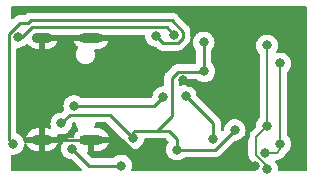
<source format=gbr>
%TF.GenerationSoftware,KiCad,Pcbnew,(6.0.9)*%
%TF.CreationDate,2022-11-10T16:14:42+08:00*%
%TF.ProjectId,usb2can_pcb,75736232-6361-46e5-9f70-63622e6b6963,rev?*%
%TF.SameCoordinates,Original*%
%TF.FileFunction,Copper,L2,Bot*%
%TF.FilePolarity,Positive*%
%FSLAX46Y46*%
G04 Gerber Fmt 4.6, Leading zero omitted, Abs format (unit mm)*
G04 Created by KiCad (PCBNEW (6.0.9)) date 2022-11-10 16:14:42*
%MOMM*%
%LPD*%
G01*
G04 APERTURE LIST*
%TA.AperFunction,ComponentPad*%
%ADD10O,2.000000X0.900000*%
%TD*%
%TA.AperFunction,ComponentPad*%
%ADD11O,1.700000X0.900000*%
%TD*%
%TA.AperFunction,ViaPad*%
%ADD12C,0.800000*%
%TD*%
%TA.AperFunction,Conductor*%
%ADD13C,0.250000*%
%TD*%
%TA.AperFunction,Conductor*%
%ADD14C,0.200000*%
%TD*%
G04 APERTURE END LIST*
D10*
%TO.P,J1,S1,SHIELD*%
%TO.N,GND*%
X46430800Y-56386000D03*
D11*
X42260800Y-65026000D03*
D10*
X46430800Y-65026000D03*
D11*
X42260800Y-56386000D03*
%TD*%
D12*
%TO.N,+3.3V*%
X58586113Y-64203626D03*
X43891200Y-63652400D03*
X56013357Y-59232586D03*
X53696160Y-65875477D03*
X49987200Y-64922400D03*
X55958468Y-56787592D03*
%TO.N,GND*%
X58775600Y-65786000D03*
X54203600Y-60008100D03*
X60299600Y-67247500D03*
X51054000Y-67056000D03*
X58826400Y-62585600D03*
%TO.N,Net-(C2-Pad2)*%
X48990704Y-67227904D03*
X44805600Y-65786000D03*
%TO.N,/LEDRX*%
X53441600Y-56134000D03*
X40230356Y-56336124D03*
%TO.N,/LEDTX*%
X39827200Y-65379600D03*
X51917600Y-56248900D03*
%TO.N,/CAN+*%
X61315600Y-67513200D03*
X61315600Y-57048400D03*
X61315600Y-63855600D03*
%TO.N,/CAN-*%
X62433200Y-65379600D03*
X61174592Y-66143299D03*
X62433200Y-58572400D03*
%TO.N,/BOOT0*%
X44981300Y-62164927D03*
X52527200Y-61417200D03*
%TO.N,/CAN_TX*%
X54427901Y-61294499D03*
X56763469Y-65001667D03*
%TD*%
D13*
%TO.N,+3.3V*%
X55962343Y-59283600D02*
X53746400Y-59283600D01*
X52984400Y-64262000D02*
X50139600Y-64262000D01*
X49987200Y-64414400D02*
X49987200Y-64922400D01*
X43891200Y-63652400D02*
X44622601Y-62920999D01*
X50139600Y-64262000D02*
X49987200Y-64414400D01*
X56013357Y-59232586D02*
X55962343Y-59283600D01*
X44622601Y-62920999D02*
X47985799Y-62920999D01*
X47985799Y-62920999D02*
X49987200Y-64922400D01*
X53238400Y-59791600D02*
X53238400Y-61103095D01*
X56013357Y-59232586D02*
X55958468Y-59177697D01*
X56914262Y-65875477D02*
X53696160Y-65875477D01*
X55958468Y-59177697D02*
X55958468Y-56787592D01*
X53696160Y-64973760D02*
X52984400Y-64262000D01*
X53696160Y-65875477D02*
X53696160Y-64973760D01*
X53252200Y-61116895D02*
X53252200Y-63029000D01*
X58586113Y-64203626D02*
X56914262Y-65875477D01*
X53746400Y-59283600D02*
X53238400Y-59791600D01*
X53238400Y-61103095D02*
X53252200Y-61116895D01*
X52019200Y-64262000D02*
X50139600Y-64262000D01*
X53252200Y-63029000D02*
X52019200Y-64262000D01*
%TO.N,GND*%
X59740800Y-63144400D02*
X59182000Y-62585600D01*
X51054000Y-67056000D02*
X49024000Y-65026000D01*
X54593984Y-60398484D02*
X55397031Y-60398484D01*
X58775600Y-65786000D02*
X59740800Y-64820800D01*
X59740800Y-64820800D02*
X59740800Y-63144400D01*
X51054000Y-67056000D02*
X60108100Y-67056000D01*
X60108100Y-67056000D02*
X60299600Y-67247500D01*
X55821726Y-60823179D02*
X56403579Y-60823179D01*
X60237100Y-67247500D02*
X58775600Y-65786000D01*
X60299600Y-67247500D02*
X60237100Y-67247500D01*
X46430800Y-56386000D02*
X42260800Y-56386000D01*
X54203600Y-60008100D02*
X54593984Y-60398484D01*
X49024000Y-65026000D02*
X46430800Y-65026000D01*
X56403579Y-60823179D02*
X58166000Y-62585600D01*
X59182000Y-62585600D02*
X58826400Y-62585600D01*
X58166000Y-62585600D02*
X58826400Y-62585600D01*
X42260800Y-56386000D02*
X42260800Y-65026000D01*
X55397031Y-60398484D02*
X55821726Y-60823179D01*
X46430800Y-65026000D02*
X42260800Y-65026000D01*
%TO.N,Net-(C2-Pad2)*%
X48990704Y-67227904D02*
X46247504Y-67227904D01*
X46247504Y-67227904D02*
X44805600Y-65786000D01*
%TO.N,/LEDRX*%
X41402000Y-55524400D02*
X52832000Y-55524400D01*
X52832000Y-55524400D02*
X53441600Y-56134000D01*
X40590276Y-56336124D02*
X41402000Y-55524400D01*
X40230356Y-56336124D02*
X40590276Y-56336124D01*
%TO.N,/LEDTX*%
X54203600Y-55870695D02*
X53247705Y-54914800D01*
X39471600Y-57099200D02*
X39471600Y-65024000D01*
X40423175Y-55118000D02*
X39471600Y-56069575D01*
X41300400Y-54914800D02*
X41097200Y-55118000D01*
X39471600Y-56069575D02*
X39471600Y-57099200D01*
X52476400Y-54914800D02*
X41300400Y-54914800D01*
X53741905Y-56859000D02*
X54203600Y-56397305D01*
X52527700Y-56859000D02*
X53741905Y-56859000D01*
X41097200Y-55118000D02*
X40423175Y-55118000D01*
X39471600Y-65024000D02*
X39827200Y-65379600D01*
X53247705Y-54914800D02*
X52476400Y-54914800D01*
X54203600Y-56397305D02*
X54203600Y-55870695D01*
X51917600Y-56248900D02*
X52527700Y-56859000D01*
D14*
%TO.N,/CAN+*%
X60350400Y-66308350D02*
X61315600Y-67273550D01*
X61315600Y-67273550D02*
X61315600Y-67513200D01*
X61315600Y-63855600D02*
X60350400Y-64820800D01*
X61315600Y-63855600D02*
X61315600Y-57048400D01*
X60350400Y-64820800D02*
X60350400Y-66308350D01*
%TO.N,/CAN-*%
X62433200Y-65836800D02*
X62433200Y-65379600D01*
X61174592Y-66143299D02*
X62126701Y-66143299D01*
X62433200Y-65379600D02*
X62433200Y-58572400D01*
X62126701Y-66143299D02*
X62433200Y-65836800D01*
D13*
%TO.N,/BOOT0*%
X44981300Y-62164927D02*
X51779473Y-62164927D01*
X51779473Y-62164927D02*
X52527200Y-61417200D01*
%TO.N,/CAN_TX*%
X54427901Y-61294499D02*
X56763469Y-63630067D01*
X56763469Y-63630067D02*
X56763469Y-65001667D01*
%TD*%
%TA.AperFunction,Conductor*%
%TO.N,GND*%
G36*
X64491122Y-53692494D02*
G01*
X64505954Y-53694804D01*
X64505957Y-53694804D01*
X64514826Y-53696185D01*
X64523731Y-53695021D01*
X64532700Y-53695130D01*
X64532690Y-53695944D01*
X64554197Y-53696236D01*
X64560382Y-53697215D01*
X64564025Y-53697792D01*
X64601524Y-53709976D01*
X64613965Y-53716316D01*
X64622473Y-53720651D01*
X64654361Y-53743821D01*
X64670979Y-53760439D01*
X64694150Y-53792329D01*
X64704824Y-53813277D01*
X64717005Y-53850762D01*
X64718424Y-53859717D01*
X64719857Y-53879448D01*
X64718615Y-53887422D01*
X64721076Y-53906242D01*
X64722742Y-53918981D01*
X64723806Y-53935319D01*
X64723806Y-67468936D01*
X64722306Y-67488322D01*
X64718615Y-67512026D01*
X64719779Y-67520931D01*
X64719670Y-67529900D01*
X64718856Y-67529890D01*
X64718564Y-67551397D01*
X64717008Y-67561224D01*
X64704823Y-67598726D01*
X64694149Y-67619673D01*
X64670979Y-67651561D01*
X64654361Y-67668179D01*
X64622471Y-67691350D01*
X64601523Y-67702024D01*
X64564038Y-67714205D01*
X64555083Y-67715624D01*
X64535352Y-67717057D01*
X64527378Y-67715815D01*
X64517032Y-67717168D01*
X64495819Y-67719942D01*
X64479481Y-67721006D01*
X62347200Y-67721006D01*
X62279079Y-67701004D01*
X62232586Y-67647348D01*
X62221890Y-67581835D01*
X62222391Y-67577074D01*
X62229104Y-67513200D01*
X62209142Y-67323272D01*
X62150127Y-67141644D01*
X62054640Y-66976256D01*
X62045659Y-66966281D01*
X62014941Y-66902277D01*
X62023703Y-66831823D01*
X62069165Y-66777291D01*
X62127049Y-66759694D01*
X62126701Y-66757049D01*
X62166575Y-66751800D01*
X62166585Y-66751799D01*
X62166586Y-66751799D01*
X62223767Y-66744271D01*
X62266158Y-66738690D01*
X62277365Y-66737215D01*
X62277367Y-66737214D01*
X62285552Y-66736137D01*
X62433577Y-66674823D01*
X62463179Y-66652109D01*
X62528773Y-66601776D01*
X62528776Y-66601773D01*
X62554135Y-66582314D01*
X62560688Y-66577286D01*
X62575208Y-66558364D01*
X62580153Y-66551920D01*
X62591020Y-66539529D01*
X62829434Y-66301115D01*
X62841825Y-66290248D01*
X62860637Y-66275813D01*
X62867187Y-66270787D01*
X62891674Y-66238875D01*
X62891680Y-66238869D01*
X62959696Y-66150229D01*
X62959697Y-66150227D01*
X62964724Y-66143676D01*
X62967885Y-66136046D01*
X62972014Y-66128893D01*
X62973419Y-66129704D01*
X63009639Y-66083760D01*
X63039108Y-66062349D01*
X63044453Y-66058466D01*
X63048875Y-66053555D01*
X63167821Y-65921452D01*
X63167822Y-65921451D01*
X63172240Y-65916544D01*
X63243819Y-65792566D01*
X63264423Y-65756879D01*
X63264424Y-65756878D01*
X63267727Y-65751156D01*
X63326742Y-65569528D01*
X63333638Y-65503921D01*
X63346014Y-65386165D01*
X63346704Y-65379600D01*
X63334333Y-65261895D01*
X63327432Y-65196235D01*
X63327432Y-65196233D01*
X63326742Y-65189672D01*
X63267727Y-65008044D01*
X63261599Y-64997429D01*
X63222651Y-64929971D01*
X63172240Y-64842656D01*
X63147305Y-64814963D01*
X63074064Y-64733620D01*
X63043346Y-64669613D01*
X63041700Y-64649310D01*
X63041700Y-59302690D01*
X63061702Y-59234569D01*
X63074064Y-59218380D01*
X63167821Y-59114252D01*
X63167822Y-59114251D01*
X63172240Y-59109344D01*
X63267727Y-58943956D01*
X63326742Y-58762328D01*
X63327668Y-58753524D01*
X63346014Y-58578965D01*
X63346704Y-58572400D01*
X63343930Y-58546009D01*
X63327432Y-58389035D01*
X63327432Y-58389033D01*
X63326742Y-58382472D01*
X63267727Y-58200844D01*
X63251459Y-58172666D01*
X63175541Y-58041174D01*
X63172240Y-58035456D01*
X63131953Y-57990712D01*
X63048875Y-57898445D01*
X63048874Y-57898444D01*
X63044453Y-57893534D01*
X62889952Y-57781282D01*
X62883924Y-57778598D01*
X62883922Y-57778597D01*
X62721519Y-57706291D01*
X62721518Y-57706291D01*
X62715488Y-57703606D01*
X62622088Y-57683753D01*
X62535144Y-57665272D01*
X62535139Y-57665272D01*
X62528687Y-57663900D01*
X62337713Y-57663900D01*
X62331260Y-57665272D01*
X62331247Y-57665273D01*
X62240160Y-57684635D01*
X62169370Y-57679234D01*
X62112737Y-57636417D01*
X62088243Y-57569780D01*
X62104844Y-57498389D01*
X62146823Y-57425679D01*
X62146824Y-57425678D01*
X62150127Y-57419956D01*
X62209142Y-57238328D01*
X62212654Y-57204918D01*
X62228414Y-57054965D01*
X62229104Y-57048400D01*
X62219590Y-56957876D01*
X62209832Y-56865035D01*
X62209832Y-56865033D01*
X62209142Y-56858472D01*
X62150127Y-56676844D01*
X62120876Y-56626179D01*
X62091186Y-56574755D01*
X62054640Y-56511456D01*
X62030834Y-56485016D01*
X61931275Y-56374445D01*
X61931274Y-56374444D01*
X61926853Y-56369534D01*
X61772352Y-56257282D01*
X61766324Y-56254598D01*
X61766322Y-56254597D01*
X61603919Y-56182291D01*
X61603918Y-56182291D01*
X61597888Y-56179606D01*
X61495770Y-56157900D01*
X61417544Y-56141272D01*
X61417539Y-56141272D01*
X61411087Y-56139900D01*
X61220113Y-56139900D01*
X61213661Y-56141272D01*
X61213656Y-56141272D01*
X61135430Y-56157900D01*
X61033312Y-56179606D01*
X61027282Y-56182291D01*
X61027281Y-56182291D01*
X60864878Y-56254597D01*
X60864876Y-56254598D01*
X60858848Y-56257282D01*
X60704347Y-56369534D01*
X60699926Y-56374444D01*
X60699925Y-56374445D01*
X60600367Y-56485016D01*
X60576560Y-56511456D01*
X60540014Y-56574755D01*
X60510325Y-56626179D01*
X60481073Y-56676844D01*
X60422058Y-56858472D01*
X60421368Y-56865033D01*
X60421368Y-56865035D01*
X60411610Y-56957876D01*
X60402096Y-57048400D01*
X60402786Y-57054965D01*
X60418547Y-57204918D01*
X60422058Y-57238328D01*
X60481073Y-57419956D01*
X60484376Y-57425678D01*
X60484377Y-57425679D01*
X60496819Y-57447229D01*
X60576560Y-57585344D01*
X60580978Y-57590251D01*
X60580979Y-57590252D01*
X60674736Y-57694380D01*
X60705454Y-57758387D01*
X60707100Y-57778690D01*
X60707100Y-63125310D01*
X60687098Y-63193431D01*
X60674736Y-63209620D01*
X60605351Y-63286680D01*
X60576560Y-63318656D01*
X60543179Y-63376474D01*
X60490053Y-63468491D01*
X60481073Y-63484044D01*
X60422058Y-63665672D01*
X60421368Y-63672233D01*
X60421368Y-63672235D01*
X60403491Y-63842328D01*
X60402096Y-63855600D01*
X60402284Y-63857385D01*
X60382784Y-63923795D01*
X60365882Y-63944769D01*
X59954170Y-64356482D01*
X59941777Y-64367350D01*
X59922968Y-64381782D01*
X59922962Y-64381788D01*
X59916413Y-64386813D01*
X59891926Y-64418725D01*
X59891923Y-64418728D01*
X59885556Y-64427026D01*
X59856630Y-64464723D01*
X59818876Y-64513924D01*
X59757562Y-64661949D01*
X59756484Y-64670136D01*
X59756484Y-64670137D01*
X59755009Y-64681342D01*
X59743663Y-64767525D01*
X59741900Y-64780915D01*
X59741900Y-64780920D01*
X59736650Y-64820800D01*
X59737728Y-64828988D01*
X59740822Y-64852490D01*
X59741900Y-64868936D01*
X59741900Y-66260214D01*
X59740822Y-66276657D01*
X59736650Y-66308350D01*
X59741900Y-66348230D01*
X59741900Y-66348235D01*
X59752617Y-66429638D01*
X59757562Y-66467201D01*
X59818876Y-66615226D01*
X59823903Y-66621777D01*
X59823904Y-66621779D01*
X59891920Y-66710419D01*
X59891926Y-66710425D01*
X59916413Y-66742337D01*
X59922968Y-66747367D01*
X59941779Y-66761802D01*
X59954170Y-66772669D01*
X60388764Y-67207263D01*
X60422790Y-67269575D01*
X60422911Y-67320645D01*
X60422058Y-67323272D01*
X60402096Y-67513200D01*
X60408810Y-67577074D01*
X60409310Y-67581835D01*
X60396538Y-67651674D01*
X60348036Y-67703520D01*
X60284000Y-67721006D01*
X49959162Y-67721006D01*
X49891041Y-67701004D01*
X49844548Y-67647348D01*
X49834444Y-67577074D01*
X49839327Y-67556077D01*
X49884246Y-67417832D01*
X49904208Y-67227904D01*
X49884246Y-67037976D01*
X49825231Y-66856348D01*
X49811072Y-66831823D01*
X49769428Y-66759694D01*
X49729744Y-66690960D01*
X49718060Y-66677983D01*
X49606379Y-66553949D01*
X49606378Y-66553948D01*
X49601957Y-66549038D01*
X49500723Y-66475487D01*
X49452798Y-66440667D01*
X49452797Y-66440666D01*
X49447456Y-66436786D01*
X49441428Y-66434102D01*
X49441426Y-66434101D01*
X49279023Y-66361795D01*
X49279022Y-66361795D01*
X49272992Y-66359110D01*
X49179592Y-66339257D01*
X49092648Y-66320776D01*
X49092643Y-66320776D01*
X49086191Y-66319404D01*
X48895217Y-66319404D01*
X48888765Y-66320776D01*
X48888760Y-66320776D01*
X48801816Y-66339257D01*
X48708416Y-66359110D01*
X48702386Y-66361795D01*
X48702385Y-66361795D01*
X48539982Y-66434101D01*
X48539980Y-66434102D01*
X48533952Y-66436786D01*
X48528611Y-66440666D01*
X48528610Y-66440667D01*
X48401033Y-66533358D01*
X48379451Y-66549038D01*
X48375036Y-66553941D01*
X48370124Y-66558364D01*
X48368999Y-66557115D01*
X48315690Y-66589955D01*
X48282504Y-66594404D01*
X46562099Y-66594404D01*
X46493978Y-66574402D01*
X46473004Y-66557499D01*
X46108495Y-66192990D01*
X46074469Y-66130678D01*
X46079534Y-66059863D01*
X46122081Y-66003027D01*
X46162093Y-65982998D01*
X46173925Y-65979524D01*
X46175129Y-65978135D01*
X46176800Y-65970452D01*
X46176800Y-65965885D01*
X46684800Y-65965885D01*
X46689275Y-65981124D01*
X46690665Y-65982329D01*
X46698348Y-65984000D01*
X47026247Y-65984000D01*
X47032622Y-65983677D01*
X47168077Y-65969918D01*
X47180517Y-65967364D01*
X47354044Y-65912984D01*
X47365732Y-65907975D01*
X47524779Y-65819813D01*
X47535212Y-65812562D01*
X47673291Y-65694215D01*
X47682044Y-65685024D01*
X47793511Y-65541320D01*
X47800235Y-65530560D01*
X47880532Y-65367375D01*
X47884955Y-65355481D01*
X47900051Y-65297530D01*
X47899617Y-65283436D01*
X47891436Y-65280000D01*
X46702915Y-65280000D01*
X46687676Y-65284475D01*
X46686471Y-65285865D01*
X46684800Y-65293548D01*
X46684800Y-65965885D01*
X46176800Y-65965885D01*
X46176800Y-64898000D01*
X46196802Y-64829879D01*
X46250458Y-64783386D01*
X46302800Y-64772000D01*
X47890029Y-64772000D01*
X47903560Y-64768027D01*
X47904437Y-64761925D01*
X47848490Y-64609864D01*
X47842923Y-64598451D01*
X47747092Y-64443892D01*
X47739340Y-64433826D01*
X47614392Y-64301697D01*
X47604774Y-64293395D01*
X47455813Y-64189092D01*
X47444719Y-64182892D01*
X47277820Y-64110668D01*
X47265717Y-64106829D01*
X47086200Y-64069325D01*
X47076648Y-64068085D01*
X47073416Y-64068000D01*
X46819621Y-64068000D01*
X46751500Y-64047998D01*
X46705007Y-63994342D01*
X46694903Y-63924068D01*
X46700922Y-63899734D01*
X46740556Y-63788428D01*
X46740557Y-63788422D01*
X46742919Y-63781790D01*
X46744028Y-63772495D01*
X46753842Y-63690186D01*
X46756776Y-63665579D01*
X46784703Y-63600307D01*
X46843486Y-63560494D01*
X46881890Y-63554499D01*
X47671205Y-63554499D01*
X47739326Y-63574501D01*
X47760300Y-63591404D01*
X49040078Y-64871182D01*
X49074104Y-64933494D01*
X49076292Y-64947103D01*
X49080892Y-64990863D01*
X49089464Y-65072420D01*
X49093658Y-65112328D01*
X49152673Y-65293956D01*
X49248160Y-65459344D01*
X49252578Y-65464251D01*
X49252579Y-65464252D01*
X49371270Y-65596072D01*
X49375947Y-65601266D01*
X49399219Y-65618174D01*
X49491230Y-65685024D01*
X49530448Y-65713518D01*
X49536476Y-65716202D01*
X49536478Y-65716203D01*
X49693246Y-65786000D01*
X49704912Y-65791194D01*
X49798313Y-65811047D01*
X49885256Y-65829528D01*
X49885261Y-65829528D01*
X49891713Y-65830900D01*
X50082687Y-65830900D01*
X50089139Y-65829528D01*
X50089144Y-65829528D01*
X50176087Y-65811047D01*
X50269488Y-65791194D01*
X50281154Y-65786000D01*
X50437922Y-65716203D01*
X50437924Y-65716202D01*
X50443952Y-65713518D01*
X50483171Y-65685024D01*
X50575181Y-65618174D01*
X50598453Y-65601266D01*
X50603130Y-65596072D01*
X50721821Y-65464252D01*
X50721822Y-65464251D01*
X50726240Y-65459344D01*
X50821727Y-65293956D01*
X50880742Y-65112328D01*
X50882998Y-65090867D01*
X50891673Y-65008329D01*
X50918687Y-64942672D01*
X50976908Y-64902043D01*
X51016983Y-64895500D01*
X51940433Y-64895500D01*
X51951616Y-64896027D01*
X51959109Y-64897702D01*
X51967035Y-64897453D01*
X51967036Y-64897453D01*
X52027186Y-64895562D01*
X52031145Y-64895500D01*
X52669806Y-64895500D01*
X52737927Y-64915502D01*
X52758901Y-64932405D01*
X52971078Y-65144582D01*
X53005104Y-65206894D01*
X53000039Y-65277709D01*
X52975620Y-65317987D01*
X52957120Y-65338533D01*
X52953818Y-65344252D01*
X52953816Y-65344255D01*
X52884536Y-65464252D01*
X52861633Y-65503921D01*
X52802618Y-65685549D01*
X52801928Y-65692110D01*
X52801928Y-65692112D01*
X52788506Y-65819813D01*
X52782656Y-65875477D01*
X52783346Y-65882042D01*
X52801889Y-66058466D01*
X52802618Y-66065405D01*
X52861633Y-66247033D01*
X52957120Y-66412421D01*
X52961538Y-66417328D01*
X52961539Y-66417329D01*
X53043612Y-66508480D01*
X53084907Y-66554343D01*
X53239408Y-66666595D01*
X53245436Y-66669279D01*
X53245438Y-66669280D01*
X53407841Y-66741586D01*
X53413872Y-66744271D01*
X53507273Y-66764124D01*
X53594216Y-66782605D01*
X53594221Y-66782605D01*
X53600673Y-66783977D01*
X53791647Y-66783977D01*
X53798099Y-66782605D01*
X53798104Y-66782605D01*
X53885047Y-66764124D01*
X53978448Y-66744271D01*
X53984479Y-66741586D01*
X54146882Y-66669280D01*
X54146884Y-66669279D01*
X54152912Y-66666595D01*
X54242132Y-66601773D01*
X54301879Y-66558364D01*
X54307413Y-66554343D01*
X54311828Y-66549440D01*
X54316740Y-66545017D01*
X54317865Y-66546266D01*
X54371174Y-66513426D01*
X54404360Y-66508977D01*
X56835495Y-66508977D01*
X56846678Y-66509504D01*
X56854171Y-66511179D01*
X56862097Y-66510930D01*
X56862098Y-66510930D01*
X56922248Y-66509039D01*
X56926207Y-66508977D01*
X56954118Y-66508977D01*
X56958053Y-66508480D01*
X56958118Y-66508472D01*
X56969955Y-66507539D01*
X57002213Y-66506525D01*
X57006232Y-66506399D01*
X57014151Y-66506150D01*
X57033605Y-66500498D01*
X57052962Y-66496490D01*
X57065192Y-66494945D01*
X57065193Y-66494945D01*
X57073059Y-66493951D01*
X57080430Y-66491032D01*
X57080432Y-66491032D01*
X57114174Y-66477673D01*
X57125404Y-66473828D01*
X57160245Y-66463706D01*
X57160246Y-66463706D01*
X57167855Y-66461495D01*
X57174674Y-66457462D01*
X57174679Y-66457460D01*
X57185290Y-66451184D01*
X57203038Y-66442489D01*
X57221879Y-66435029D01*
X57250751Y-66414053D01*
X57257649Y-66409041D01*
X57267569Y-66402525D01*
X57298797Y-66384057D01*
X57298800Y-66384055D01*
X57305624Y-66380019D01*
X57319945Y-66365698D01*
X57334979Y-66352857D01*
X57351369Y-66340949D01*
X57379560Y-66306872D01*
X57387550Y-66298093D01*
X58536612Y-65149031D01*
X58598924Y-65115005D01*
X58625707Y-65112126D01*
X58681600Y-65112126D01*
X58688052Y-65110754D01*
X58688057Y-65110754D01*
X58781615Y-65090867D01*
X58868401Y-65072420D01*
X58874432Y-65069735D01*
X59036835Y-64997429D01*
X59036837Y-64997428D01*
X59042865Y-64994744D01*
X59197366Y-64882492D01*
X59231898Y-64844140D01*
X59320734Y-64745478D01*
X59320735Y-64745477D01*
X59325153Y-64740570D01*
X59410721Y-64592363D01*
X59417336Y-64580905D01*
X59417337Y-64580904D01*
X59420640Y-64575182D01*
X59479655Y-64393554D01*
X59480364Y-64386813D01*
X59498927Y-64210191D01*
X59499617Y-64203626D01*
X59488249Y-64095465D01*
X59480345Y-64020261D01*
X59480345Y-64020259D01*
X59479655Y-64013698D01*
X59420640Y-63832070D01*
X59393964Y-63785865D01*
X59350301Y-63710240D01*
X59325153Y-63666682D01*
X59318957Y-63659800D01*
X59201788Y-63529671D01*
X59201787Y-63529670D01*
X59197366Y-63524760D01*
X59075960Y-63436553D01*
X59048207Y-63416389D01*
X59048206Y-63416388D01*
X59042865Y-63412508D01*
X59036837Y-63409824D01*
X59036835Y-63409823D01*
X58874432Y-63337517D01*
X58874431Y-63337517D01*
X58868401Y-63334832D01*
X58769209Y-63313748D01*
X58688057Y-63296498D01*
X58688052Y-63296498D01*
X58681600Y-63295126D01*
X58490626Y-63295126D01*
X58484174Y-63296498D01*
X58484169Y-63296498D01*
X58403017Y-63313748D01*
X58303825Y-63334832D01*
X58297795Y-63337517D01*
X58297794Y-63337517D01*
X58135391Y-63409823D01*
X58135389Y-63409824D01*
X58129361Y-63412508D01*
X58124020Y-63416388D01*
X58124019Y-63416389D01*
X58096266Y-63436553D01*
X57974860Y-63524760D01*
X57970439Y-63529670D01*
X57970438Y-63529671D01*
X57853270Y-63659800D01*
X57847073Y-63666682D01*
X57821925Y-63710240D01*
X57778263Y-63785865D01*
X57751586Y-63832070D01*
X57692571Y-64013698D01*
X57691881Y-64020259D01*
X57691881Y-64020261D01*
X57675206Y-64178918D01*
X57648193Y-64244575D01*
X57638991Y-64254843D01*
X57612064Y-64281770D01*
X57549752Y-64315796D01*
X57478937Y-64310731D01*
X57422101Y-64268184D01*
X57397290Y-64201664D01*
X57396969Y-64192675D01*
X57396969Y-63708834D01*
X57397496Y-63697651D01*
X57399171Y-63690158D01*
X57398726Y-63675982D01*
X57397031Y-63622068D01*
X57396969Y-63618110D01*
X57396969Y-63590211D01*
X57396465Y-63586220D01*
X57395532Y-63574378D01*
X57394908Y-63554499D01*
X57394143Y-63530178D01*
X57391931Y-63522564D01*
X57391930Y-63522559D01*
X57388492Y-63510726D01*
X57384481Y-63491362D01*
X57382936Y-63479131D01*
X57381943Y-63471270D01*
X57379026Y-63463903D01*
X57379025Y-63463898D01*
X57365667Y-63430159D01*
X57361823Y-63418932D01*
X57355559Y-63397372D01*
X57349487Y-63376474D01*
X57339176Y-63359039D01*
X57330481Y-63341291D01*
X57323021Y-63322450D01*
X57297033Y-63286680D01*
X57290517Y-63276760D01*
X57272049Y-63245532D01*
X57272047Y-63245529D01*
X57268011Y-63238705D01*
X57253690Y-63224384D01*
X57240849Y-63209350D01*
X57233600Y-63199373D01*
X57228941Y-63192960D01*
X57194864Y-63164769D01*
X57186085Y-63156779D01*
X55375023Y-61345716D01*
X55340997Y-61283404D01*
X55338808Y-61269791D01*
X55337404Y-61256427D01*
X55321443Y-61104571D01*
X55262428Y-60922943D01*
X55166941Y-60757555D01*
X55149635Y-60738334D01*
X55043576Y-60620544D01*
X55043575Y-60620543D01*
X55039154Y-60615633D01*
X54940058Y-60543635D01*
X54889995Y-60507262D01*
X54889994Y-60507261D01*
X54884653Y-60503381D01*
X54878625Y-60500697D01*
X54878623Y-60500696D01*
X54716220Y-60428390D01*
X54716219Y-60428390D01*
X54710189Y-60425705D01*
X54616789Y-60405852D01*
X54529845Y-60387371D01*
X54529840Y-60387371D01*
X54523388Y-60385999D01*
X54332414Y-60385999D01*
X54325962Y-60387371D01*
X54325957Y-60387371D01*
X54239013Y-60405852D01*
X54145613Y-60425705D01*
X54139586Y-60428388D01*
X54139578Y-60428391D01*
X54049148Y-60468653D01*
X53978781Y-60478087D01*
X53914484Y-60447980D01*
X53876671Y-60387891D01*
X53871900Y-60353546D01*
X53871900Y-60106194D01*
X53891902Y-60038073D01*
X53908805Y-60017099D01*
X53971899Y-59954005D01*
X54034211Y-59919979D01*
X54060994Y-59917100D01*
X55368938Y-59917100D01*
X55437059Y-59937102D01*
X55442999Y-59941164D01*
X55556605Y-60023704D01*
X55562633Y-60026388D01*
X55562635Y-60026389D01*
X55588878Y-60038073D01*
X55731069Y-60101380D01*
X55824470Y-60121233D01*
X55911413Y-60139714D01*
X55911418Y-60139714D01*
X55917870Y-60141086D01*
X56108844Y-60141086D01*
X56115296Y-60139714D01*
X56115301Y-60139714D01*
X56202244Y-60121233D01*
X56295645Y-60101380D01*
X56437836Y-60038073D01*
X56464079Y-60026389D01*
X56464081Y-60026388D01*
X56470109Y-60023704D01*
X56624610Y-59911452D01*
X56752397Y-59769530D01*
X56847884Y-59604142D01*
X56906899Y-59422514D01*
X56911898Y-59374956D01*
X56926171Y-59239151D01*
X56926861Y-59232586D01*
X56906899Y-59042658D01*
X56847884Y-58861030D01*
X56823115Y-58818128D01*
X56790898Y-58762328D01*
X56752397Y-58695642D01*
X56741545Y-58683589D01*
X56624610Y-58553720D01*
X56626843Y-58551709D01*
X56596439Y-58502426D01*
X56591968Y-58469160D01*
X56591968Y-57490116D01*
X56611970Y-57421995D01*
X56624326Y-57405813D01*
X56697508Y-57324536D01*
X56756183Y-57222908D01*
X56789691Y-57164871D01*
X56789692Y-57164870D01*
X56792995Y-57159148D01*
X56852010Y-56977520D01*
X56857756Y-56922855D01*
X56871282Y-56794157D01*
X56871972Y-56787592D01*
X56865643Y-56727375D01*
X56852700Y-56604227D01*
X56852700Y-56604225D01*
X56852010Y-56597664D01*
X56792995Y-56416036D01*
X56697508Y-56250648D01*
X56624250Y-56169286D01*
X56574143Y-56113637D01*
X56574142Y-56113636D01*
X56569721Y-56108726D01*
X56415220Y-55996474D01*
X56409192Y-55993790D01*
X56409190Y-55993789D01*
X56246787Y-55921483D01*
X56246786Y-55921483D01*
X56240756Y-55918798D01*
X56147355Y-55898945D01*
X56060412Y-55880464D01*
X56060407Y-55880464D01*
X56053955Y-55879092D01*
X55862981Y-55879092D01*
X55856529Y-55880464D01*
X55856524Y-55880464D01*
X55769581Y-55898945D01*
X55676180Y-55918798D01*
X55670150Y-55921483D01*
X55670149Y-55921483D01*
X55507746Y-55993789D01*
X55507744Y-55993790D01*
X55501716Y-55996474D01*
X55347215Y-56108726D01*
X55342794Y-56113636D01*
X55342793Y-56113637D01*
X55292687Y-56169286D01*
X55219428Y-56250648D01*
X55123941Y-56416036D01*
X55116536Y-56438828D01*
X55070628Y-56580116D01*
X55059177Y-56596862D01*
X55062944Y-56609557D01*
X55062256Y-56623072D01*
X55044964Y-56787592D01*
X55045654Y-56794157D01*
X55059181Y-56922855D01*
X55064926Y-56977520D01*
X55123941Y-57159148D01*
X55127244Y-57164870D01*
X55127245Y-57164871D01*
X55160753Y-57222908D01*
X55219428Y-57324536D01*
X55292605Y-57405807D01*
X55323321Y-57469813D01*
X55324968Y-57490116D01*
X55324968Y-58524100D01*
X55304966Y-58592221D01*
X55251310Y-58638714D01*
X55198968Y-58650100D01*
X53825163Y-58650100D01*
X53813979Y-58649573D01*
X53806491Y-58647899D01*
X53798568Y-58648148D01*
X53738433Y-58650038D01*
X53734475Y-58650100D01*
X53706544Y-58650100D01*
X53702629Y-58650595D01*
X53702625Y-58650595D01*
X53702567Y-58650603D01*
X53702538Y-58650606D01*
X53690696Y-58651539D01*
X53646510Y-58652927D01*
X53629144Y-58657972D01*
X53627058Y-58658578D01*
X53607706Y-58662586D01*
X53595468Y-58664132D01*
X53595466Y-58664133D01*
X53587603Y-58665126D01*
X53546486Y-58681406D01*
X53535285Y-58685241D01*
X53492806Y-58697582D01*
X53485987Y-58701615D01*
X53485982Y-58701617D01*
X53475371Y-58707893D01*
X53457621Y-58716590D01*
X53438783Y-58724048D01*
X53432367Y-58728709D01*
X53432366Y-58728710D01*
X53403025Y-58750028D01*
X53393101Y-58756547D01*
X53361860Y-58775022D01*
X53361855Y-58775026D01*
X53355037Y-58779058D01*
X53340713Y-58793382D01*
X53325681Y-58806221D01*
X53309293Y-58818128D01*
X53281112Y-58852193D01*
X53273122Y-58860973D01*
X52846147Y-59287948D01*
X52837861Y-59295488D01*
X52831382Y-59299600D01*
X52825957Y-59305377D01*
X52784757Y-59349251D01*
X52782002Y-59352093D01*
X52762265Y-59371830D01*
X52759785Y-59375027D01*
X52752082Y-59384047D01*
X52721814Y-59416279D01*
X52717995Y-59423225D01*
X52717993Y-59423228D01*
X52712052Y-59434034D01*
X52701201Y-59450553D01*
X52688786Y-59466559D01*
X52685641Y-59473828D01*
X52685638Y-59473832D01*
X52671226Y-59507137D01*
X52666009Y-59517787D01*
X52644705Y-59556540D01*
X52642734Y-59564215D01*
X52642734Y-59564216D01*
X52639667Y-59576162D01*
X52633263Y-59594866D01*
X52625219Y-59613455D01*
X52623980Y-59621278D01*
X52623977Y-59621288D01*
X52618301Y-59657124D01*
X52615895Y-59668744D01*
X52604900Y-59711570D01*
X52604900Y-59731824D01*
X52603349Y-59751534D01*
X52600180Y-59771543D01*
X52600926Y-59779435D01*
X52604341Y-59815561D01*
X52604900Y-59827419D01*
X52604900Y-60382700D01*
X52584898Y-60450821D01*
X52531242Y-60497314D01*
X52478900Y-60508700D01*
X52431713Y-60508700D01*
X52425261Y-60510072D01*
X52425256Y-60510072D01*
X52338313Y-60528553D01*
X52244912Y-60548406D01*
X52238882Y-60551091D01*
X52238881Y-60551091D01*
X52076478Y-60623397D01*
X52076476Y-60623398D01*
X52070448Y-60626082D01*
X51915947Y-60738334D01*
X51911526Y-60743244D01*
X51911525Y-60743245D01*
X51903060Y-60752647D01*
X51788160Y-60880256D01*
X51692673Y-61045644D01*
X51633658Y-61227272D01*
X51632968Y-61233833D01*
X51632968Y-61233835D01*
X51616293Y-61392492D01*
X51589280Y-61458149D01*
X51580077Y-61468419D01*
X51553971Y-61494524D01*
X51491658Y-61528548D01*
X51464877Y-61531427D01*
X45689500Y-61531427D01*
X45621379Y-61511425D01*
X45602153Y-61495084D01*
X45601880Y-61495387D01*
X45596968Y-61490964D01*
X45592553Y-61486061D01*
X45519695Y-61433126D01*
X45443394Y-61377690D01*
X45443393Y-61377689D01*
X45438052Y-61373809D01*
X45432024Y-61371125D01*
X45432022Y-61371124D01*
X45269619Y-61298818D01*
X45269618Y-61298818D01*
X45263588Y-61296133D01*
X45170187Y-61276280D01*
X45083244Y-61257799D01*
X45083239Y-61257799D01*
X45076787Y-61256427D01*
X44885813Y-61256427D01*
X44879361Y-61257799D01*
X44879356Y-61257799D01*
X44792413Y-61276280D01*
X44699012Y-61296133D01*
X44692982Y-61298818D01*
X44692981Y-61298818D01*
X44530578Y-61371124D01*
X44530576Y-61371125D01*
X44524548Y-61373809D01*
X44370047Y-61486061D01*
X44365626Y-61490971D01*
X44365625Y-61490972D01*
X44331792Y-61528548D01*
X44242260Y-61627983D01*
X44146773Y-61793371D01*
X44087758Y-61974999D01*
X44067796Y-62164927D01*
X44087758Y-62354855D01*
X44089798Y-62361133D01*
X44114192Y-62436210D01*
X44116220Y-62507177D01*
X44083454Y-62564241D01*
X43940700Y-62706995D01*
X43878388Y-62741021D01*
X43851605Y-62743900D01*
X43795713Y-62743900D01*
X43789261Y-62745272D01*
X43789256Y-62745272D01*
X43704547Y-62763278D01*
X43608912Y-62783606D01*
X43602882Y-62786291D01*
X43602881Y-62786291D01*
X43440478Y-62858597D01*
X43440476Y-62858598D01*
X43434448Y-62861282D01*
X43279947Y-62973534D01*
X43275526Y-62978444D01*
X43275525Y-62978445D01*
X43193931Y-63069065D01*
X43152160Y-63115456D01*
X43128302Y-63156779D01*
X43062354Y-63271005D01*
X43056673Y-63280844D01*
X42997658Y-63462472D01*
X42996968Y-63469033D01*
X42996968Y-63469035D01*
X42985896Y-63574378D01*
X42977696Y-63652400D01*
X42978386Y-63658965D01*
X42993947Y-63807016D01*
X42997658Y-63842328D01*
X43003268Y-63859594D01*
X43026472Y-63931009D01*
X43028499Y-64001977D01*
X42991837Y-64062775D01*
X42928125Y-64094100D01*
X42880872Y-64093282D01*
X42766200Y-64069325D01*
X42756648Y-64068085D01*
X42753416Y-64068000D01*
X42532915Y-64068000D01*
X42517676Y-64072475D01*
X42516471Y-64073865D01*
X42514800Y-64081548D01*
X42514800Y-64753885D01*
X42519275Y-64769124D01*
X42520665Y-64770329D01*
X42528348Y-64772000D01*
X43570029Y-64772000D01*
X43583560Y-64768027D01*
X43584437Y-64761926D01*
X43565088Y-64709337D01*
X43560338Y-64638499D01*
X43594639Y-64576339D01*
X43657102Y-64542591D01*
X43709534Y-64542582D01*
X43732661Y-64547498D01*
X43789256Y-64559528D01*
X43789261Y-64559528D01*
X43795713Y-64560900D01*
X43986687Y-64560900D01*
X43993139Y-64559528D01*
X43993144Y-64559528D01*
X44080087Y-64541047D01*
X44173488Y-64521194D01*
X44198916Y-64509873D01*
X44341922Y-64446203D01*
X44341924Y-64446202D01*
X44347952Y-64443518D01*
X44371925Y-64426101D01*
X44452906Y-64367264D01*
X44502453Y-64331266D01*
X44585135Y-64239438D01*
X44625821Y-64194252D01*
X44625822Y-64194251D01*
X44630240Y-64189344D01*
X44696912Y-64073865D01*
X44722423Y-64029679D01*
X44722424Y-64029678D01*
X44725727Y-64023956D01*
X44784742Y-63842328D01*
X44788454Y-63807016D01*
X44797144Y-63724331D01*
X44802107Y-63677106D01*
X44829120Y-63611450D01*
X44838322Y-63601182D01*
X44848100Y-63591404D01*
X44910412Y-63557378D01*
X44937195Y-63554499D01*
X45019988Y-63554499D01*
X45088109Y-63574501D01*
X45134602Y-63628157D01*
X45145298Y-63667329D01*
X45152088Y-63731927D01*
X45156164Y-63770712D01*
X45214618Y-63942421D01*
X45218312Y-63948425D01*
X45305967Y-64090907D01*
X45305970Y-64090911D01*
X45309662Y-64096912D01*
X45310403Y-64097669D01*
X45335708Y-64161459D01*
X45322052Y-64231129D01*
X45292238Y-64268709D01*
X45188304Y-64357790D01*
X45179556Y-64366976D01*
X45068089Y-64510680D01*
X45061365Y-64521440D01*
X44981071Y-64684619D01*
X44976643Y-64696526D01*
X44954050Y-64783261D01*
X44917523Y-64844140D01*
X44853880Y-64875607D01*
X44832119Y-64877500D01*
X44710113Y-64877500D01*
X44703661Y-64878872D01*
X44703656Y-64878872D01*
X44625430Y-64895500D01*
X44523312Y-64917206D01*
X44517282Y-64919891D01*
X44517281Y-64919891D01*
X44354878Y-64992197D01*
X44354876Y-64992198D01*
X44348848Y-64994882D01*
X44343507Y-64998762D01*
X44343506Y-64998763D01*
X44306121Y-65025925D01*
X44194347Y-65107134D01*
X44189926Y-65112044D01*
X44189925Y-65112045D01*
X44078145Y-65236190D01*
X44066560Y-65249056D01*
X44028478Y-65315016D01*
X43994981Y-65373035D01*
X43971073Y-65414444D01*
X43912058Y-65596072D01*
X43911368Y-65602633D01*
X43911368Y-65602635D01*
X43902709Y-65685024D01*
X43892096Y-65786000D01*
X43892786Y-65792565D01*
X43905817Y-65916544D01*
X43912058Y-65975928D01*
X43971073Y-66157556D01*
X44066560Y-66322944D01*
X44070978Y-66327851D01*
X44070979Y-66327852D01*
X44189077Y-66459013D01*
X44194347Y-66464866D01*
X44348848Y-66577118D01*
X44354876Y-66579802D01*
X44354878Y-66579803D01*
X44517281Y-66652109D01*
X44523312Y-66654794D01*
X44593886Y-66669795D01*
X44703656Y-66693128D01*
X44703661Y-66693128D01*
X44710113Y-66694500D01*
X44766006Y-66694500D01*
X44834127Y-66714502D01*
X44855101Y-66731405D01*
X45629607Y-67505911D01*
X45663633Y-67568223D01*
X45658568Y-67639038D01*
X45616021Y-67695874D01*
X45549501Y-67720685D01*
X45540512Y-67721006D01*
X39871464Y-67721006D01*
X39852078Y-67719506D01*
X39837246Y-67717196D01*
X39837243Y-67717196D01*
X39828374Y-67715815D01*
X39819469Y-67716979D01*
X39810500Y-67716870D01*
X39810510Y-67716056D01*
X39789003Y-67715764D01*
X39782818Y-67714785D01*
X39779175Y-67714208D01*
X39741676Y-67702024D01*
X39720727Y-67691349D01*
X39688839Y-67668179D01*
X39672221Y-67651561D01*
X39649050Y-67619671D01*
X39638376Y-67598723D01*
X39626195Y-67561238D01*
X39624776Y-67552283D01*
X39623343Y-67532552D01*
X39624585Y-67524578D01*
X39620473Y-67493135D01*
X39619409Y-67476751D01*
X39619410Y-67475493D01*
X39619675Y-66767588D01*
X39619808Y-66414053D01*
X39639836Y-66345939D01*
X39693509Y-66299467D01*
X39745808Y-66288100D01*
X39922687Y-66288100D01*
X39929139Y-66286728D01*
X39929144Y-66286728D01*
X40034534Y-66264326D01*
X40109488Y-66248394D01*
X40115519Y-66245709D01*
X40277922Y-66173403D01*
X40277924Y-66173402D01*
X40283952Y-66170718D01*
X40310719Y-66151271D01*
X40341519Y-66128893D01*
X40438453Y-66058466D01*
X40442875Y-66053555D01*
X40561821Y-65921452D01*
X40561822Y-65921451D01*
X40566240Y-65916544D01*
X40637819Y-65792566D01*
X40658423Y-65756879D01*
X40658424Y-65756878D01*
X40661727Y-65751156D01*
X40720742Y-65569528D01*
X40727638Y-65503921D01*
X40735077Y-65433136D01*
X40762090Y-65367479D01*
X40820312Y-65326849D01*
X40891257Y-65324146D01*
X40952401Y-65360228D01*
X40978637Y-65402799D01*
X40993110Y-65442136D01*
X40998677Y-65453549D01*
X41094508Y-65608108D01*
X41102260Y-65618174D01*
X41227208Y-65750303D01*
X41236826Y-65758605D01*
X41385787Y-65862908D01*
X41396881Y-65869108D01*
X41563780Y-65941332D01*
X41575883Y-65945171D01*
X41755400Y-65982675D01*
X41764952Y-65983915D01*
X41768184Y-65984000D01*
X41988685Y-65984000D01*
X42003924Y-65979525D01*
X42005129Y-65978135D01*
X42006800Y-65970452D01*
X42006800Y-65965885D01*
X42514800Y-65965885D01*
X42519275Y-65981124D01*
X42520665Y-65982329D01*
X42528348Y-65984000D01*
X42706247Y-65984000D01*
X42712622Y-65983677D01*
X42848077Y-65969918D01*
X42860517Y-65967364D01*
X43034044Y-65912984D01*
X43045732Y-65907975D01*
X43204779Y-65819813D01*
X43215212Y-65812562D01*
X43353291Y-65694215D01*
X43362044Y-65685024D01*
X43473511Y-65541320D01*
X43480235Y-65530560D01*
X43560532Y-65367375D01*
X43564955Y-65355481D01*
X43580051Y-65297530D01*
X43579617Y-65283436D01*
X43571436Y-65280000D01*
X42532915Y-65280000D01*
X42517676Y-65284475D01*
X42516471Y-65285865D01*
X42514800Y-65293548D01*
X42514800Y-65965885D01*
X42006800Y-65965885D01*
X42006800Y-65298115D01*
X42002325Y-65282876D01*
X42000935Y-65281671D01*
X41993252Y-65280000D01*
X40951571Y-65280000D01*
X40926375Y-65287398D01*
X40883404Y-65315015D01*
X40812407Y-65315016D01*
X40752681Y-65276633D01*
X40722595Y-65207292D01*
X40721433Y-65196243D01*
X40721432Y-65196240D01*
X40720742Y-65189672D01*
X40661727Y-65008044D01*
X40655599Y-64997429D01*
X40616651Y-64929971D01*
X40566240Y-64842656D01*
X40539188Y-64812611D01*
X40486837Y-64754470D01*
X40941549Y-64754470D01*
X40941983Y-64768564D01*
X40950164Y-64772000D01*
X41988685Y-64772000D01*
X42003924Y-64767525D01*
X42005129Y-64766135D01*
X42006800Y-64758452D01*
X42006800Y-64086115D01*
X42002325Y-64070876D01*
X42000935Y-64069671D01*
X41993252Y-64068000D01*
X41815353Y-64068000D01*
X41808978Y-64068323D01*
X41673523Y-64082082D01*
X41661083Y-64084636D01*
X41487556Y-64139016D01*
X41475868Y-64144025D01*
X41316821Y-64232187D01*
X41306388Y-64239438D01*
X41168309Y-64357785D01*
X41159556Y-64366976D01*
X41048089Y-64510680D01*
X41041365Y-64521440D01*
X40961068Y-64684625D01*
X40956645Y-64696519D01*
X40941549Y-64754470D01*
X40486837Y-64754470D01*
X40442875Y-64705645D01*
X40442874Y-64705644D01*
X40438453Y-64700734D01*
X40283952Y-64588482D01*
X40277924Y-64585798D01*
X40277922Y-64585797D01*
X40179851Y-64542133D01*
X40125755Y-64496153D01*
X40105100Y-64427026D01*
X40105100Y-57370624D01*
X40125102Y-57302503D01*
X40178758Y-57256010D01*
X40231100Y-57244624D01*
X40325843Y-57244624D01*
X40332295Y-57243252D01*
X40332300Y-57243252D01*
X40428008Y-57222908D01*
X40512644Y-57204918D01*
X40518675Y-57202233D01*
X40681078Y-57129927D01*
X40681080Y-57129926D01*
X40687108Y-57127242D01*
X40698362Y-57119066D01*
X40786588Y-57054965D01*
X40841609Y-57014990D01*
X40896301Y-56954248D01*
X40956746Y-56917010D01*
X41027730Y-56918362D01*
X41086714Y-56957876D01*
X41090507Y-56963134D01*
X41090614Y-56963052D01*
X41102260Y-56978174D01*
X41227208Y-57110303D01*
X41236826Y-57118605D01*
X41385787Y-57222908D01*
X41396881Y-57229108D01*
X41563780Y-57301332D01*
X41575883Y-57305171D01*
X41755400Y-57342675D01*
X41764952Y-57343915D01*
X41768184Y-57344000D01*
X41988685Y-57344000D01*
X42003924Y-57339525D01*
X42005129Y-57338135D01*
X42006800Y-57330452D01*
X42006800Y-57325885D01*
X42514800Y-57325885D01*
X42519275Y-57341124D01*
X42520665Y-57342329D01*
X42528348Y-57344000D01*
X42706247Y-57344000D01*
X42712622Y-57343677D01*
X42848077Y-57329918D01*
X42860517Y-57327364D01*
X43034044Y-57272984D01*
X43045732Y-57267975D01*
X43204779Y-57179813D01*
X43215212Y-57172562D01*
X43353291Y-57054215D01*
X43362044Y-57045024D01*
X43473511Y-56901320D01*
X43480235Y-56890560D01*
X43560532Y-56727375D01*
X43564955Y-56715481D01*
X43580051Y-56657530D01*
X43579821Y-56650075D01*
X44957163Y-56650075D01*
X45013110Y-56802136D01*
X45018677Y-56813549D01*
X45114508Y-56968108D01*
X45122260Y-56978174D01*
X45247206Y-57110301D01*
X45256828Y-57118607D01*
X45282079Y-57136288D01*
X45326407Y-57191745D01*
X45333715Y-57262365D01*
X45316192Y-57307014D01*
X45219527Y-57459334D01*
X45217162Y-57465976D01*
X45161043Y-57623575D01*
X45161042Y-57623580D01*
X45158681Y-57630210D01*
X45157848Y-57637198D01*
X45157847Y-57637201D01*
X45149929Y-57703606D01*
X45137204Y-57810320D01*
X45156164Y-57990712D01*
X45214618Y-58162421D01*
X45309662Y-58316912D01*
X45314593Y-58321947D01*
X45314595Y-58321950D01*
X45367715Y-58376194D01*
X45436571Y-58446507D01*
X45589038Y-58544765D01*
X45595658Y-58547174D01*
X45595661Y-58547176D01*
X45752866Y-58604394D01*
X45759485Y-58606803D01*
X45899569Y-58624500D01*
X45996410Y-58624500D01*
X46131055Y-58609397D01*
X46180378Y-58592221D01*
X46295694Y-58552064D01*
X46295697Y-58552062D01*
X46302352Y-58549745D01*
X46310322Y-58544765D01*
X46450202Y-58457359D01*
X46456176Y-58453626D01*
X46468412Y-58441475D01*
X46579885Y-58330778D01*
X46579888Y-58330774D01*
X46584882Y-58325815D01*
X46682073Y-58172666D01*
X46728895Y-58041174D01*
X46740557Y-58008425D01*
X46740558Y-58008420D01*
X46742919Y-58001790D01*
X46764396Y-57821680D01*
X46749992Y-57684635D01*
X46746172Y-57648288D01*
X46746171Y-57648286D01*
X46745436Y-57641288D01*
X46700948Y-57510604D01*
X46697930Y-57439673D01*
X46733740Y-57378369D01*
X46797009Y-57346157D01*
X46820226Y-57344000D01*
X47026247Y-57344000D01*
X47032622Y-57343677D01*
X47168077Y-57329918D01*
X47180517Y-57327364D01*
X47354044Y-57272984D01*
X47365732Y-57267975D01*
X47524779Y-57179813D01*
X47535212Y-57172562D01*
X47673291Y-57054215D01*
X47682044Y-57045024D01*
X47793511Y-56901320D01*
X47800235Y-56890560D01*
X47880532Y-56727375D01*
X47884955Y-56715481D01*
X47900051Y-56657530D01*
X47899617Y-56643436D01*
X47891436Y-56640000D01*
X44971571Y-56640000D01*
X44958040Y-56643973D01*
X44957163Y-56650075D01*
X43579821Y-56650075D01*
X43579617Y-56643436D01*
X43571436Y-56640000D01*
X42532915Y-56640000D01*
X42517676Y-56644475D01*
X42516471Y-56645865D01*
X42514800Y-56653548D01*
X42514800Y-57325885D01*
X42006800Y-57325885D01*
X42006800Y-56283900D01*
X42026802Y-56215779D01*
X42080458Y-56169286D01*
X42132800Y-56157900D01*
X50881080Y-56157900D01*
X50949201Y-56177902D01*
X50995694Y-56231558D01*
X51006390Y-56270729D01*
X51023368Y-56432265D01*
X51024058Y-56438828D01*
X51083073Y-56620456D01*
X51086376Y-56626178D01*
X51086377Y-56626179D01*
X51115327Y-56676322D01*
X51178560Y-56785844D01*
X51182978Y-56790751D01*
X51182979Y-56790752D01*
X51301925Y-56922855D01*
X51306347Y-56927766D01*
X51383468Y-56983798D01*
X51431745Y-57018873D01*
X51460848Y-57040018D01*
X51466876Y-57042702D01*
X51466878Y-57042703D01*
X51618707Y-57110301D01*
X51635312Y-57117694D01*
X51728713Y-57137547D01*
X51815656Y-57156028D01*
X51815661Y-57156028D01*
X51822113Y-57157400D01*
X51878006Y-57157400D01*
X51946127Y-57177402D01*
X51967101Y-57194305D01*
X52024043Y-57251247D01*
X52031587Y-57259537D01*
X52035700Y-57266018D01*
X52041477Y-57271443D01*
X52085367Y-57312658D01*
X52088209Y-57315413D01*
X52107931Y-57335135D01*
X52111073Y-57337572D01*
X52111133Y-57337619D01*
X52120145Y-57345317D01*
X52133578Y-57357931D01*
X52152379Y-57375586D01*
X52159322Y-57379403D01*
X52170131Y-57385345D01*
X52186653Y-57396198D01*
X52202659Y-57408614D01*
X52209937Y-57411764D01*
X52209938Y-57411764D01*
X52243237Y-57426174D01*
X52253887Y-57431391D01*
X52292640Y-57452695D01*
X52300315Y-57454666D01*
X52300316Y-57454666D01*
X52312262Y-57457733D01*
X52330967Y-57464137D01*
X52349555Y-57472181D01*
X52357378Y-57473420D01*
X52357388Y-57473423D01*
X52393224Y-57479099D01*
X52404844Y-57481505D01*
X52439989Y-57490528D01*
X52447670Y-57492500D01*
X52467924Y-57492500D01*
X52487634Y-57494051D01*
X52507643Y-57497220D01*
X52515535Y-57496474D01*
X52534280Y-57494702D01*
X52551662Y-57493059D01*
X52563519Y-57492500D01*
X53663138Y-57492500D01*
X53674321Y-57493027D01*
X53681814Y-57494702D01*
X53689740Y-57494453D01*
X53689741Y-57494453D01*
X53749891Y-57492562D01*
X53753850Y-57492500D01*
X53781761Y-57492500D01*
X53785696Y-57492003D01*
X53785761Y-57491995D01*
X53797598Y-57491062D01*
X53829856Y-57490048D01*
X53833875Y-57489922D01*
X53841794Y-57489673D01*
X53861248Y-57484021D01*
X53880605Y-57480013D01*
X53892835Y-57478468D01*
X53892836Y-57478468D01*
X53900702Y-57477474D01*
X53908073Y-57474555D01*
X53908075Y-57474555D01*
X53941817Y-57461196D01*
X53953047Y-57457351D01*
X53987888Y-57447229D01*
X53987889Y-57447229D01*
X53995498Y-57445018D01*
X54002317Y-57440985D01*
X54002322Y-57440983D01*
X54012933Y-57434707D01*
X54030681Y-57426012D01*
X54049522Y-57418552D01*
X54085292Y-57392564D01*
X54095212Y-57386048D01*
X54126440Y-57367580D01*
X54126443Y-57367578D01*
X54133267Y-57363542D01*
X54147588Y-57349221D01*
X54162622Y-57336380D01*
X54164336Y-57335135D01*
X54179012Y-57324472D01*
X54207203Y-57290395D01*
X54215193Y-57281616D01*
X54595847Y-56900962D01*
X54604137Y-56893418D01*
X54610618Y-56889305D01*
X54657259Y-56839637D01*
X54660013Y-56836796D01*
X54679734Y-56817075D01*
X54682212Y-56813880D01*
X54689918Y-56804858D01*
X54714758Y-56778406D01*
X54720186Y-56772626D01*
X54729946Y-56754873D01*
X54740799Y-56738350D01*
X54748353Y-56728611D01*
X54753213Y-56722346D01*
X54770776Y-56681762D01*
X54775989Y-56671121D01*
X54797295Y-56632365D01*
X54799266Y-56624688D01*
X54799268Y-56624683D01*
X54802332Y-56612747D01*
X54808738Y-56594035D01*
X54816781Y-56575450D01*
X54817202Y-56572794D01*
X54829174Y-56554048D01*
X54824846Y-56537582D01*
X54828753Y-56509847D01*
X54835128Y-56485016D01*
X54835128Y-56485015D01*
X54837100Y-56477335D01*
X54837100Y-56457074D01*
X54838651Y-56437363D01*
X54839459Y-56432265D01*
X54841819Y-56417362D01*
X54837659Y-56373351D01*
X54837100Y-56361494D01*
X54837100Y-55949463D01*
X54837627Y-55938280D01*
X54839302Y-55930787D01*
X54837162Y-55862696D01*
X54837100Y-55858739D01*
X54837100Y-55830839D01*
X54836596Y-55826848D01*
X54835663Y-55815006D01*
X54834523Y-55778731D01*
X54834274Y-55770806D01*
X54828621Y-55751347D01*
X54824612Y-55731988D01*
X54824446Y-55730678D01*
X54822074Y-55711898D01*
X54819158Y-55704532D01*
X54819156Y-55704526D01*
X54805800Y-55670793D01*
X54801955Y-55659563D01*
X54791830Y-55624712D01*
X54791830Y-55624711D01*
X54789619Y-55617102D01*
X54779305Y-55599661D01*
X54770608Y-55581908D01*
X54766072Y-55570453D01*
X54763152Y-55563078D01*
X54737163Y-55527307D01*
X54730647Y-55517387D01*
X54712178Y-55486158D01*
X54708142Y-55479333D01*
X54693821Y-55465012D01*
X54680980Y-55449978D01*
X54673731Y-55440001D01*
X54669072Y-55433588D01*
X54662968Y-55428538D01*
X54662963Y-55428533D01*
X54635002Y-55405402D01*
X54626221Y-55397412D01*
X53751352Y-54522542D01*
X53743818Y-54514263D01*
X53739705Y-54507782D01*
X53690053Y-54461156D01*
X53687212Y-54458402D01*
X53667475Y-54438665D01*
X53664278Y-54436185D01*
X53655256Y-54428480D01*
X53641821Y-54415864D01*
X53623026Y-54398214D01*
X53616080Y-54394395D01*
X53616077Y-54394393D01*
X53605271Y-54388452D01*
X53588752Y-54377601D01*
X53588288Y-54377241D01*
X53572746Y-54365186D01*
X53565477Y-54362041D01*
X53565473Y-54362038D01*
X53532168Y-54347626D01*
X53521518Y-54342409D01*
X53482765Y-54321105D01*
X53463142Y-54316067D01*
X53444439Y-54309663D01*
X53433125Y-54304767D01*
X53433124Y-54304767D01*
X53425850Y-54301619D01*
X53418027Y-54300380D01*
X53418017Y-54300377D01*
X53382181Y-54294701D01*
X53370561Y-54292295D01*
X53335416Y-54283272D01*
X53335415Y-54283272D01*
X53327735Y-54281300D01*
X53307481Y-54281300D01*
X53287770Y-54279749D01*
X53275591Y-54277820D01*
X53267762Y-54276580D01*
X53238491Y-54279347D01*
X53223744Y-54280741D01*
X53211886Y-54281300D01*
X41379167Y-54281300D01*
X41367984Y-54280773D01*
X41360491Y-54279098D01*
X41352565Y-54279347D01*
X41352564Y-54279347D01*
X41292414Y-54281238D01*
X41288455Y-54281300D01*
X41260544Y-54281300D01*
X41256610Y-54281797D01*
X41256609Y-54281797D01*
X41256544Y-54281805D01*
X41244707Y-54282738D01*
X41212890Y-54283738D01*
X41208429Y-54283878D01*
X41200510Y-54284127D01*
X41182854Y-54289256D01*
X41181058Y-54289778D01*
X41161706Y-54293786D01*
X41154635Y-54294680D01*
X41141603Y-54296326D01*
X41134234Y-54299243D01*
X41134232Y-54299244D01*
X41100497Y-54312600D01*
X41089269Y-54316445D01*
X41046807Y-54328782D01*
X41039985Y-54332816D01*
X41039979Y-54332819D01*
X41029368Y-54339094D01*
X41011618Y-54347790D01*
X41000156Y-54352328D01*
X41000151Y-54352331D01*
X40992783Y-54355248D01*
X40975370Y-54367899D01*
X40957025Y-54381227D01*
X40947107Y-54387743D01*
X40935863Y-54394393D01*
X40909037Y-54410258D01*
X40894713Y-54424582D01*
X40879681Y-54437421D01*
X40863293Y-54449328D01*
X40861577Y-54451402D01*
X40800305Y-54482401D01*
X40777403Y-54484500D01*
X40501942Y-54484500D01*
X40490759Y-54483973D01*
X40483266Y-54482298D01*
X40475340Y-54482547D01*
X40475339Y-54482547D01*
X40415189Y-54484438D01*
X40411230Y-54484500D01*
X40383319Y-54484500D01*
X40379385Y-54484997D01*
X40379384Y-54484997D01*
X40379319Y-54485005D01*
X40367482Y-54485938D01*
X40335665Y-54486938D01*
X40331204Y-54487078D01*
X40323285Y-54487327D01*
X40305629Y-54492456D01*
X40303833Y-54492978D01*
X40284481Y-54496986D01*
X40277410Y-54497880D01*
X40264378Y-54499526D01*
X40257009Y-54502443D01*
X40257007Y-54502444D01*
X40223272Y-54515800D01*
X40212044Y-54519645D01*
X40169582Y-54531982D01*
X40162760Y-54536016D01*
X40162754Y-54536019D01*
X40152143Y-54542294D01*
X40134393Y-54550990D01*
X40122931Y-54555528D01*
X40122926Y-54555531D01*
X40115558Y-54558448D01*
X40109143Y-54563109D01*
X40079800Y-54584427D01*
X40069882Y-54590943D01*
X40051194Y-54601995D01*
X40031812Y-54613458D01*
X40017488Y-54627782D01*
X40002456Y-54640621D01*
X39986068Y-54652528D01*
X39957887Y-54686593D01*
X39949897Y-54695373D01*
X39839287Y-54805983D01*
X39776975Y-54840009D01*
X39706160Y-54834944D01*
X39649324Y-54792397D01*
X39624513Y-54725877D01*
X39624192Y-54716841D01*
X39624223Y-54634796D01*
X39624482Y-53943125D01*
X39625981Y-53923801D01*
X39629691Y-53899974D01*
X39628527Y-53891069D01*
X39628636Y-53882100D01*
X39629451Y-53882110D01*
X39629742Y-53860604D01*
X39631298Y-53850777D01*
X39643481Y-53813280D01*
X39654155Y-53792331D01*
X39677325Y-53760443D01*
X39693943Y-53743825D01*
X39725833Y-53720654D01*
X39746785Y-53709979D01*
X39784267Y-53697800D01*
X39793268Y-53696374D01*
X39812963Y-53694945D01*
X39820924Y-53696185D01*
X39852486Y-53692058D01*
X39868821Y-53690994D01*
X64471736Y-53690994D01*
X64491122Y-53692494D01*
G37*
%TD.AperFunction*%
%TD*%
M02*

</source>
